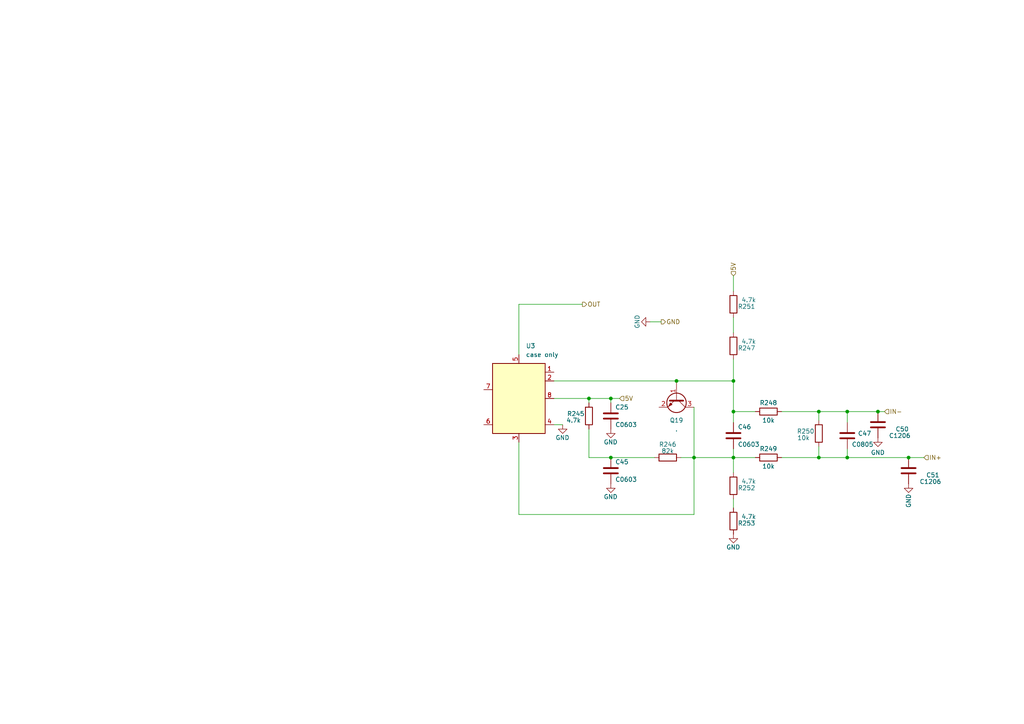
<source format=kicad_sch>
(kicad_sch (version 20211123) (generator eeschema)
  (paper "A4")
  (lib_symbols
    (symbol "Device:C" (pin_numbers hide) (pin_names (offset 0.254))
      (property "Reference" "C" (at 0.635 2.54 0))
      (property "Value" "C" (at 0.635 -2.54 0))
      (symbol "C_0_1"
        (polyline (pts (xy -2.032 -0.762) (xy 2.032 -0.762)) (stroke (width 0.508)))
        (polyline (pts (xy -2.032 0.762) (xy 2.032 0.762)) (stroke (width 0.508)))
      )
      (symbol "C_1_1"
        (pin passive line (at 0 3.81 270) (length 2.794) (name "~") (number "1"))
        (pin passive line (at 0 -3.81 90) (length 2.794) (name "~") (number "2"))
      )
    )
    (symbol "Device:R" (pin_numbers hide) (pin_names (offset 0))
      (property "Reference" "R" (at 2.032 0 90))
      (property "Value" "R" (at 0 0 90))
      (symbol "R_0_1"
        (rectangle (start -1.016 -2.54) (end 1.016 2.54) (stroke (width 0.254)))
      )
      (symbol "R_1_1"
        (pin passive line (at 0 3.81 270) (length 1.27) (name "~") (number "1"))
        (pin passive line (at 0 -3.81 90) (length 1.27) (name "~") (number "2"))
      )
    )
    (symbol "Regulator_Controller:L6727" (pin_names hide)
      (property "Reference" "U" (at -7.62 11.43 0))
      (property "Value" "L6727" (at 1.27 11.43 0))
      (symbol "L6727_0_0"
        (rectangle (start -7.62 10.16) (end 7.62 -10.16) (stroke (width 0.254)) (fill (type background)))
      )
      (symbol "L6727_1_1"
        (pin input line (at 10.16 7.62 180) (length 2.54) (name "BOOT") (number "1"))
        (pin output line (at 10.16 5.08 180) (length 2.54) (name "UGATE") (number "2"))
        (pin power_in line (at 0 -12.7 90) (length 2.54) (name "GND") (number "3"))
        (pin output line (at 10.16 -7.62 180) (length 2.54) (name "LGATE") (number "4"))
        (pin power_in line (at 0 12.7 270) (length 2.54) (name "VCC") (number "5"))
        (pin input line (at -10.16 -7.62 0) (length 2.54) (name "FB") (number "6"))
        (pin input line (at -10.16 2.54 0) (length 2.54) (name "COMP/DIS/OC") (number "7"))
        (pin passive line (at 10.16 0 180) (length 2.54) (name "PHASE") (number "8"))
      )
    )
    (symbol "Transistor_BJT:BC847" (pin_names (offset 0) hide)
      (property "Reference" "Q" (at 5.08 1.905 0))
      (property "Value" "BC847" (at 5.08 0 0))
      (symbol "BC847_0_1"
        (polyline (pts (xy 0.635 0.635) (xy 2.54 2.54)))
        (polyline (pts (xy 0.635 -0.635) (xy 2.54 -2.54) (xy 2.54 -2.54)))
        (polyline (pts (xy 0.635 1.905) (xy 0.635 -1.905) (xy 0.635 -1.905)) (stroke (width 0.508)))
        (polyline (pts (xy 1.27 -1.778) (xy 1.778 -1.27) (xy 2.286 -2.286) (xy 1.27 -1.778) (xy 1.27 -1.778)) (fill (type outline)))
        (circle (center 1.27 0) (radius 2.8194) (stroke (width 0.254)))
      )
      (symbol "BC847_1_1"
        (pin input line (at -5.08 0 0) (length 5.715) (name "B") (number "1"))
        (pin passive line (at 2.54 -5.08 90) (length 2.54) (name "E") (number "2"))
        (pin passive line (at 2.54 5.08 270) (length 2.54) (name "C") (number "3"))
      )
    )
    (symbol "power:GND" (power) (pin_names (offset 0))
      (property "Value" "GND" (at 0 -3.81 0))
      (symbol "GND_0_1"
        (polyline (pts (xy 0 0) (xy 0 -1.27) (xy 1.27 -1.27) (xy 0 -2.54) (xy -1.27 -1.27) (xy 0 -1.27)))
      )
      (symbol "GND_1_1"
        (pin power_in line (at 0 0 270) (length 0) hide (name "GND") (number "1"))
      )
    )
  )
  (junction (at 245.745 119.38))
  (junction (at 237.49 132.715))
  (junction (at 212.725 119.38))
  (junction (at 212.725 132.715))
  (junction (at 201.295 132.715))
  (junction (at 263.525 132.715))
  (junction (at 237.49 119.38))
  (junction (at 177.165 132.715))
  (junction (at 245.745 132.715))
  (junction (at 254.635 119.38))
  (junction (at 212.725 110.49))
  (junction (at 170.815 115.57))
  (junction (at 177.165 115.57))
  (junction (at 196.215 110.49))
  (wire (pts (xy 245.745 132.715) (xy 245.745 130.175)))
  (wire (pts (xy 212.725 110.49) (xy 196.215 110.49)))
  (wire (pts (xy 170.815 115.57) (xy 160.655 115.57)))
  (wire (pts (xy 226.695 119.38) (xy 237.49 119.38)))
  (wire (pts (xy 212.725 122.555) (xy 212.725 119.38)))
  (wire (pts (xy 150.495 149.225) (xy 201.295 149.225)))
  (wire (pts (xy 254.635 119.38) (xy 256.54 119.38)))
  (wire (pts (xy 177.165 115.57) (xy 177.165 116.84)))
  (wire (pts (xy 212.725 144.7062) (xy 212.725 147.32)))
  (wire (pts (xy 168.91 88.265) (xy 150.495 88.265)))
  (wire (pts (xy 160.655 123.19) (xy 163.195 123.19)))
  (wire (pts (xy 219.075 119.38) (xy 212.725 119.38)))
  (wire (pts (xy 201.295 132.715) (xy 212.725 132.715)))
  (wire (pts (xy 245.745 119.38) (xy 254.635 119.38)))
  (wire (pts (xy 219.075 132.715) (xy 212.725 132.715)))
  (wire (pts (xy 177.165 132.715) (xy 189.865 132.715)))
  (wire (pts (xy 170.815 132.715) (xy 177.165 132.715)))
  (wire (pts (xy 245.745 122.555) (xy 245.745 119.38)))
  (wire (pts (xy 245.745 132.715) (xy 263.525 132.715)))
  (wire (pts (xy 237.49 132.715) (xy 237.49 129.54)))
  (wire (pts (xy 177.165 115.57) (xy 170.815 115.57)))
  (wire (pts (xy 197.485 132.715) (xy 201.295 132.715)))
  (wire (pts (xy 201.295 132.715) (xy 201.295 149.225)))
  (wire (pts (xy 150.495 128.27) (xy 150.495 149.225)))
  (wire (pts (xy 212.725 132.715) (xy 212.725 137.0862)))
  (wire (pts (xy 212.725 104.14) (xy 212.725 110.49)))
  (wire (pts (xy 237.49 119.38) (xy 245.745 119.38)))
  (wire (pts (xy 212.725 132.715) (xy 212.725 130.175)))
  (wire (pts (xy 179.705 115.57) (xy 177.165 115.57)))
  (wire (pts (xy 212.725 92.075) (xy 212.725 96.52)))
  (wire (pts (xy 237.49 132.715) (xy 245.745 132.715)))
  (wire (pts (xy 160.655 110.49) (xy 196.215 110.49)))
  (wire (pts (xy 201.295 118.11) (xy 201.295 132.715)))
  (wire (pts (xy 237.49 119.38) (xy 237.49 121.92)))
  (wire (pts (xy 212.725 80.01) (xy 212.725 84.455)))
  (wire (pts (xy 170.815 124.46) (xy 170.815 132.715)))
  (wire (pts (xy 263.525 132.715) (xy 267.97 132.715)))
  (wire (pts (xy 212.725 119.38) (xy 212.725 110.49)))
  (wire (pts (xy 150.495 88.265) (xy 150.495 102.87)))
  (wire (pts (xy 188.595 93.345) (xy 191.77 93.345)))
  (wire (pts (xy 170.815 115.57) (xy 170.815 116.84)))
  (wire (pts (xy 226.695 132.715) (xy 237.49 132.715)))
  (hierarchical_label "IN-" (shape input) (at 256.54 119.38 0))
  (hierarchical_label "5V" (shape input) (at 212.725 80.01 90))
  (hierarchical_label "IN+" (shape input) (at 267.97 132.715 0))
  (hierarchical_label "GND" (shape output) (at 191.77 93.345 0))
  (hierarchical_label "OUT" (shape output) (at 168.91 88.265 0))
  (hierarchical_label "5V" (shape input) (at 179.705 115.57 0))
  (symbol (lib_id "Device:R") (at 212.725 151.13 0) (mirror y) (unit 1)
    (property "Reference" "R253" (at 216.535 151.765 0))
    (property "Value" "4.7k" (at 217.17 149.86 0))
    (property "Footprint" "Resistor_SMD:R_0603_1608Metric" (effects hide))
  )
  (symbol (lib_id "Device:R") (at 222.885 119.38 270) (mirror x) (unit 1)
    (property "Reference" "R248" (at 222.885 116.84 90))
    (property "Value" "10k" (at 222.885 121.92 90))
    (property "Footprint" "Resistor_SMD:R_0805_2012Metric" (effects hide))
  )
  (symbol (lib_id "Device:C") (at 177.165 136.525 0) (unit 1)
    (property "Reference" "C45" (at 178.435 133.985 0) (effects (justify left)))
    (property "Value" "C0603" (at 178.435 139.065 0) (effects (justify left)))
    (property "Footprint" "Capacitor_SMD:C_0603_1608Metric" (effects hide))
    (property "PageName" "stm32f407_board" (effects hide))
    (property "Part #" "C0603" (effects hide))
  )
  (symbol (lib_id "Regulator_Controller:L6727") (at 150.495 115.57 0) (unit 1)
    (property "Reference" "U3" (at 152.5144 100.33 0) (effects (justify left)))
    (property "Value" "case only" (at 152.5144 102.87 0) (effects (justify left)))
    (property "Footprint" "Package_SO:SOIC-8_3.9x4.9mm_P1.27mm" (effects hide))
    (property "Datasheet" "http://www.st.com/resource/en/datasheet/l6727.pdf" (effects hide))
  )
  (symbol (lib_id "power:GND") (at 163.195 123.19 0) (mirror y) (unit 1)
    (property "Reference" "#PWR0344" (effects hide))
    (property "Value" "GND" (at 165.188 126.9541 0) (effects (justify left)))
  )
  (symbol (lib_id "power:GND") (at 212.725 154.94 0) (mirror y) (unit 1)
    (property "Reference" "#PWR0347" (effects hide))
    (property "Value" "GND" (at 214.718 158.7041 0) (effects (justify left)))
  )
  (symbol (lib_id "Device:C") (at 245.745 126.365 180) (unit 1)
    (property "Reference" "C47" (at 252.73 125.73 0) (effects (justify left)))
    (property "Value" "C0805" (at 253.365 128.905 0) (effects (justify left)))
    (property "Footprint" "Capacitor_SMD:C_0805_2012Metric" (effects hide))
    (property "Part #" "C0805" (effects hide))
  )
  (symbol (lib_id "Device:R") (at 222.885 132.715 270) (mirror x) (unit 1)
    (property "Reference" "R249" (at 222.885 130.175 90))
    (property "Value" "10k" (at 222.885 135.255 90))
    (property "Footprint" "Resistor_SMD:R_0805_2012Metric" (effects hide))
  )
  (symbol (lib_id "Device:C") (at 212.725 126.365 0) (unit 1)
    (property "Reference" "C46" (at 213.995 123.825 0) (effects (justify left)))
    (property "Value" "C0603" (at 213.995 128.905 0) (effects (justify left)))
    (property "Footprint" "Capacitor_SMD:C_0603_1608Metric" (effects hide))
    (property "PageName" "stm32f407_board" (effects hide))
    (property "Part #" "C0603" (effects hide))
  )
  (symbol (lib_id "Device:R") (at 212.725 140.8962 0) (mirror y) (unit 1)
    (property "Reference" "R252" (at 216.535 141.5312 0))
    (property "Value" "4.7k" (at 217.17 139.6262 0))
    (property "Footprint" "Resistor_SMD:R_0603_1608Metric" (effects hide))
  )
  (symbol (lib_id "Device:R") (at 212.725 100.33 0) (mirror y) (unit 1)
    (property "Reference" "R247" (at 216.535 100.965 0))
    (property "Value" "4.7k" (at 217.17 99.06 0))
    (property "Footprint" "Resistor_SMD:R_0603_1608Metric" (effects hide))
  )
  (symbol (lib_id "Device:R") (at 212.725 88.265 0) (mirror y) (unit 1)
    (property "Reference" "R251" (at 216.535 88.9 0))
    (property "Value" "4.7k" (at 217.17 86.995 0))
    (property "Footprint" "Resistor_SMD:R_0603_1608Metric" (effects hide))
  )
  (symbol (lib_id "power:GND") (at 188.595 93.345 270) (mirror x) (unit 1)
    (property "Reference" "#PWR014" (effects hide))
    (property "Value" "GND" (at 184.8309 95.338 0) (effects (justify left)))
  )
  (symbol (lib_id "Device:C") (at 263.525 136.525 0) (unit 1)
    (property "Reference" "C51" (at 268.605 137.795 0) (effects (justify left)))
    (property "Value" "C1206" (at 266.7 139.7 0) (effects (justify left)))
    (property "Footprint" "Capacitor_SMD:C_1206_3216Metric" (effects hide))
    (property "PageName" "stm32f407_board" (effects hide))
    (property "Part #" "C1206" (effects hide))
  )
  (symbol (lib_id "power:GND") (at 177.165 140.335 0) (mirror y) (unit 1)
    (property "Reference" "#PWR013" (effects hide))
    (property "Value" "GND" (at 179.158 144.0991 0) (effects (justify left)))
  )
  (symbol (lib_id "Device:R") (at 170.815 120.65 0) (mirror x) (unit 1)
    (property "Reference" "R245" (at 167.005 120.015 0))
    (property "Value" "4.7k" (at 166.37 121.92 0))
    (property "Footprint" "Resistor_SMD:R_0603_1608Metric" (effects hide))
  )
  (symbol (lib_id "power:GND") (at 254.635 127 0) (unit 1)
    (property "Reference" "#PWR0351" (effects hide))
    (property "Value" "GND" (at 252.5624 131.2631 0) (effects (justify left)))
  )
  (symbol (lib_id "Device:C") (at 254.635 123.19 0) (unit 1)
    (property "Reference" "C50" (at 259.715 124.46 0) (effects (justify left)))
    (property "Value" "C1206" (at 257.81 126.365 0) (effects (justify left)))
    (property "Footprint" "Capacitor_SMD:C_1206_3216Metric" (effects hide))
    (property "PageName" "stm32f407_board" (effects hide))
    (property "Part #" "C1206" (effects hide))
  )
  (symbol (lib_id "Device:C") (at 177.165 120.65 0) (unit 1)
    (property "Reference" "C25" (at 178.435 118.11 0) (effects (justify left)))
    (property "Value" "C0603" (at 178.435 123.19 0) (effects (justify left)))
    (property "Footprint" "Capacitor_SMD:C_0603_1608Metric" (effects hide))
    (property "PageName" "stm32f407_board" (effects hide))
    (property "Part #" "C0603" (effects hide))
  )
  (symbol (lib_id "Device:R") (at 237.49 125.73 0) (mirror x) (unit 1)
    (property "Reference" "R250" (at 233.68 125.095 0))
    (property "Value" "10k" (at 233.045 127 0))
    (property "Footprint" "Resistor_SMD:R_0805_2012Metric" (effects hide))
  )
  (symbol (lib_id "power:GND") (at 263.525 140.335 0) (unit 1)
    (property "Reference" "#PWR0352" (effects hide))
    (property "Value" "GND" (at 263.525 147.32 90) (effects (justify left)))
  )
  (symbol (lib_id "power:GND") (at 177.165 124.46 0) (mirror y) (unit 1)
    (property "Reference" "#PWR012" (effects hide))
    (property "Value" "GND" (at 179.158 128.2241 0) (effects (justify left)))
  )
  (symbol (lib_id "Device:R") (at 193.675 132.715 270) (mirror x) (unit 1)
    (property "Reference" "R246" (at 193.675 128.905 90))
    (property "Value" "82k" (at 193.675 130.81 90))
    (property "Footprint" "Resistor_SMD:R_0603_1608Metric" (effects hide))
  )
  (symbol (lib_id "Transistor_BJT:BC847") (at 196.215 115.57 270) (unit 1)
    (property "Reference" "Q19" (at 196.215 121.92 90))
    (property "Value" "." (at 196.215 124.46 90))
    (property "Footprint" "Package_TO_SOT_SMD:SOT-23" (effects hide))
    (property "Datasheet" "http://www.infineon.com/dgdl/Infineon-BC847SERIES_BC848SERIES_BC849SERIES_BC850SERIES-DS-v01_01-en.pdf?fileId=db3a304314dca389011541d4630a1657" (effects hide))
  )
)
</source>
